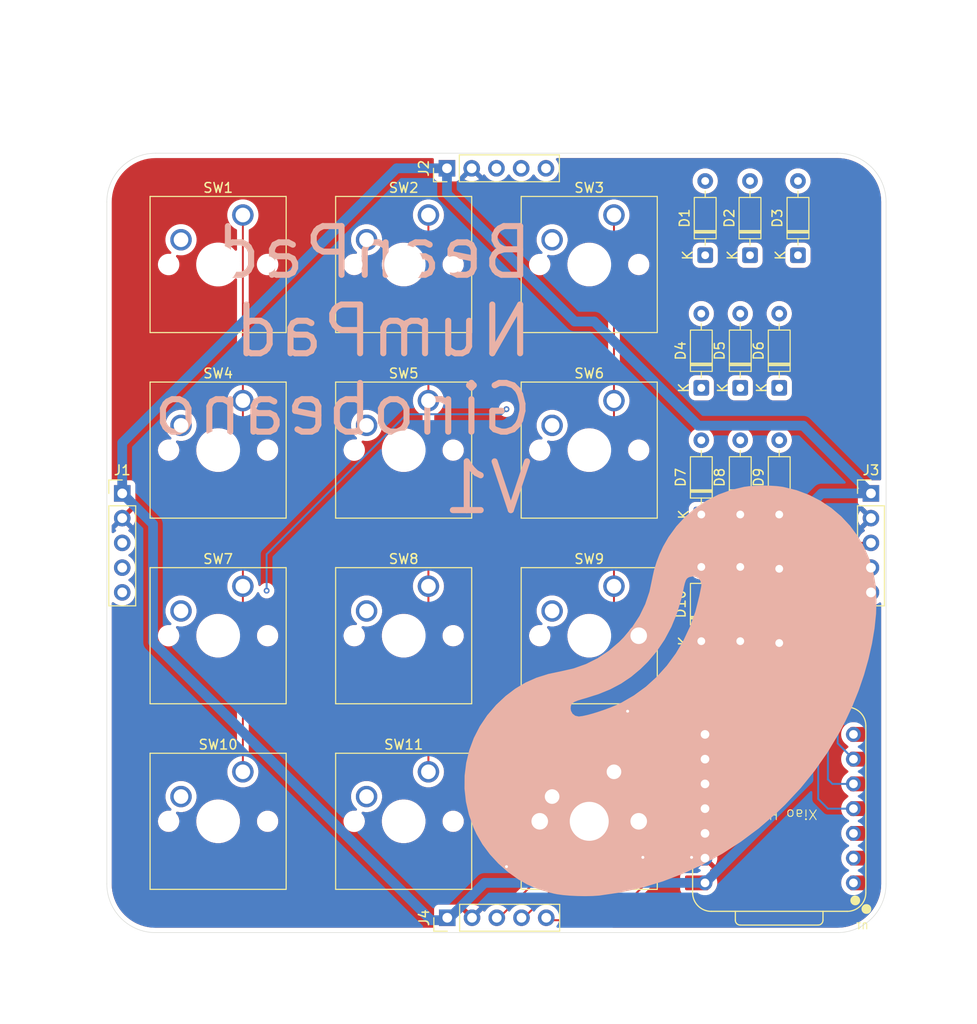
<source format=kicad_pcb>
(kicad_pcb (version 20241229) (generator "pcbnew") (generator_version "9.0")
  (layers (0 "F.Cu" signal) (4 "In1.Cu" signal) (6 "In2.Cu" signal) (2 "B.Cu" signal) (13 "F.Paste" user) (15 "B.Paste" user) (5 "F.SilkS" user "F.Silkscreen") (7 "B.SilkS" user "B.Silkscreen") (1 "F.Mask" user) (3 "B.Mask" user) (25 "Edge.Cuts" user))
  (net 0 "")
  (net 1 "/Row.0")
  (net 2 "Net-(D1-A)")
  (net 3 "Net-(D2-A)")
  (net 4 "Net-(D3-A)")
  (net 5 "Net-(D4-A)")
  (net 6 "/Row.1")
  (net 7 "Net-(D5-A)")
  (net 8 "Net-(D6-A)")
  (net 9 "Net-(D7-A)")
  (net 10 "/Row.2")
  (net 11 "Net-(D8-A)")
  (net 12 "Net-(D9-A)")
  (net 13 "Net-(D10-A)")
  (net 14 "/Row.3")
  (net 15 "Net-(D11-A)")
  (net 16 "Net-(D12-A)")
  (net 17 "VCC")
  (net 18 "/INT")
  (net 19 "GND")
  (net 20 "/SCL")
  (net 21 "/SDA")
  (net 22 "/Col.0")
  (net 23 "/Col.1")
  (net 24 "/Col.2")
  (footprint "Diode_THT:D_DO-35_SOD27_P7.62mm_Horizontal" (layer "F.Cu") (at 156 82.81 90)
    (property "Reference" "D8" (at 3.81 -2.12 90) (layer "F.SilkS"))
    (property "Value" "D_Small")
    (fp_line (start 2.53 -1.12) (end 2.53 1.12) (stroke (width 0.12)) (layer "F.SilkS"))
    (fp_line (start 2.41 -1.12) (end 2.41 1.12) (stroke (width 0.12)) (layer "F.SilkS"))
    (fp_line (start 2.29 -1.12) (end 2.29 1.12) (stroke (width 0.12)) (layer "F.SilkS"))
    (fp_line (start 6.58 0) (end 5.93 0) (stroke (width 0.12)) (layer "F.SilkS"))
    (fp_line (start 1.04 0) (end 1.69 0) (stroke (width 0.12)) (layer "F.SilkS"))
    (fp_rect (start 1.69 -1.12) (end 5.93 1.12) (stroke (width 0.12)) (fill no) (layer "F.SilkS"))
    (fp_text user "K" (at 0 -1.8 90) (layer "F.SilkS"))
    (pad "1" thru_hole roundrect (at 0 0 90) (size 1.6 1.6) (drill 0.8) (layers "*.Cu" "*.Mask") (roundrect_rratio 0.15625) (net 10 "/Row.2"))
    (pad "2" thru_hole circle (at 7.62 0 90) (size 1.6 1.6) (drill 0.8) (layers "*.Cu" "*.Mask") (net 11 "Net-(D8-A)"))
  )
  (footprint "Button_Switch_Keyboard:SW_Cherry_MX_1.00u_PCB" (layer "F.Cu") (at 104.93375 71.12)
    (property "Reference" "SW4" (at -2.54 -2.794 0) (layer "F.SilkS"))
    (property "Value" "SW_Push_45deg")
    (fp_line (start -9.525 -1.905) (end 4.445 -1.905) (stroke (width 0.12)) (layer "F.SilkS"))
    (fp_line (start -9.525 12.065) (end -9.525 -1.905) (stroke (width 0.12)) (layer "F.SilkS"))
    (fp_line (start 4.445 -1.905) (end 4.445 12.065) (stroke (width 0.12)) (layer "F.SilkS"))
    (fp_line (start 4.445 12.065) (end -9.525 12.065) (stroke (width 0.12)) (layer "F.SilkS"))
    (pad "" np_thru_hole circle (at -7.62 5.08) (size 1.7 1.7) (drill 1.7) (layers "*.Cu" "*.Mask"))
    (pad "" np_thru_hole circle (at -2.54 5.08) (size 4 4) (drill 4) (layers "*.Cu" "*.Mask"))
    (pad "" np_thru_hole circle (at 2.54 5.08) (size 1.7 1.7) (drill 1.7) (layers "*.Cu" "*.Mask"))
    (pad "1" thru_hole circle (at 0 0) (size 2.2 2.2) (drill 1.5) (layers "*.Cu" "*.Mask") (net 22 "/Col.0"))
    (pad "2" thru_hole circle (at -6.35 2.54) (size 2.2 2.2) (drill 1.5) (layers "*.Cu" "*.Mask") (net 5 "Net-(D4-A)"))
  )
  (footprint "Diode_THT:D_DO-35_SOD27_P7.62mm_Horizontal" (layer "F.Cu") (at 156 69.81 90)
    (property "Reference" "D5" (at 3.81 -2.12 90) (layer "F.SilkS"))
    (property "Value" "D_Small")
    (fp_line (start 2.53 -1.12) (end 2.53 1.12) (stroke (width 0.12)) (layer "F.SilkS"))
    (fp_line (start 2.41 -1.12) (end 2.41 1.12) (stroke (width 0.12)) (layer "F.SilkS"))
    (fp_line (start 2.29 -1.12) (end 2.29 1.12) (stroke (width 0.12)) (layer "F.SilkS"))
    (fp_line (start 6.58 0) (end 5.93 0) (stroke (width 0.12)) (layer "F.SilkS"))
    (fp_line (start 1.04 0) (end 1.69 0) (stroke (width 0.12)) (layer "F.SilkS"))
    (fp_rect (start 1.69 -1.12) (end 5.93 1.12) (stroke (width 0.12)) (fill no) (layer "F.SilkS"))
    (fp_text user "K" (at 0 -1.8 90) (layer "F.SilkS"))
    (pad "1" thru_hole roundrect (at 0 0 90) (size 1.6 1.6) (drill 0.8) (layers "*.Cu" "*.Mask") (roundrect_rratio 0.15625) (net 6 "/Row.1"))
    (pad "2" thru_hole circle (at 7.62 0 90) (size 1.6 1.6) (drill 0.8) (layers "*.Cu" "*.Mask") (net 7 "Net-(D5-A)"))
  )
  (footprint "Diode_THT:D_DO-35_SOD27_P7.62mm_Horizontal" (layer "F.Cu") (at 152 95.81 90)
    (property "Reference" "D10" (at 3.81 -2.12 90) (layer "F.SilkS"))
    (property "Value" "D_Small")
    (fp_line (start 2.53 -1.12) (end 2.53 1.12) (stroke (width 0.12)) (layer "F.SilkS"))
    (fp_line (start 2.41 -1.12) (end 2.41 1.12) (stroke (width 0.12)) (layer "F.SilkS"))
    (fp_line (start 2.29 -1.12) (end 2.29 1.12) (stroke (width 0.12)) (layer "F.SilkS"))
    (fp_line (start 6.58 0) (end 5.93 0) (stroke (width 0.12)) (layer "F.SilkS"))
    (fp_line (start 1.04 0) (end 1.69 0) (stroke (width 0.12)) (layer "F.SilkS"))
    (fp_rect (start 1.69 -1.12) (end 5.93 1.12) (stroke (width 0.12)) (fill no) (layer "F.SilkS"))
    (fp_text user "K" (at 0 -1.8 90) (layer "F.SilkS"))
    (pad "1" thru_hole roundrect (at 0 0 90) (size 1.6 1.6) (drill 0.8) (layers "*.Cu" "*.Mask") (roundrect_rratio 0.15625) (net 14 "/Row.3"))
    (pad "2" thru_hole circle (at 7.62 0 90) (size 1.6 1.6) (drill 0.8) (layers "*.Cu" "*.Mask") (net 13 "Net-(D10-A)"))
  )
  (footprint "Connector_PinHeader_2.54mm:PinHeader_1x05_P2.54mm_Vertical" (layer "F.Cu") (at 125.88875 47.275 90)
    (property "Reference" "J2" (at 0 -2.38 90) (layer "F.SilkS"))
    (property "Value" "Male_Pogo_Connector_01x05")
    (fp_line (start -1.38 -1.38) (end 0 -1.38) (stroke (width 0.12)) (layer "F.SilkS"))
    (fp_line (start -1.38 0) (end -1.38 -1.38) (stroke (width 0.12)) (layer "F.SilkS"))
    (fp_line (start 1.38 1.27) (end 1.38 11.54) (stroke (width 0.12)) (layer "F.SilkS"))
    (fp_line (start -1.38 1.27) (end 1.38 1.27) (stroke (width 0.12)) (layer "F.SilkS"))
    (fp_line (start -1.38 1.27) (end -1.38 11.54) (stroke (width 0.12)) (layer "F.SilkS"))
    (fp_line (start -1.38 11.54) (end 1.38 11.54) (stroke (width 0.12)) (layer "F.SilkS"))
    (pad "1" thru_hole rect (at 0 0 90) (size 1.7 1.7) (drill 1) (layers "*.Cu" "*.Mask") (net 17 "VCC"))
    (pad "2" thru_hole circle (at 0 2.54 90) (size 1.7 1.7) (drill 1) (layers "*.Cu" "*.Mask") (net 19 "GND"))
    (pad "3" thru_hole circle (at 0 5.08 90) (size 1.7 1.7) (drill 1) (layers "*.Cu" "*.Mask") (net 18 "/INT"))
    (pad "4" thru_hole circle (at 0 7.62 90) (size 1.7 1.7) (drill 1) (layers "*.Cu" "*.Mask") (net 21 "/SDA"))
    (pad "5" thru_hole circle (at 0 10.16 90) (size 1.7 1.7) (drill 1) (layers "*.Cu" "*.Mask") (net 20 "/SCL"))
  )
  (footprint "Diode_THT:D_DO-35_SOD27_P7.62mm_Horizontal" (layer "F.Cu") (at 161.925 56.1975 90)
    (property "Reference" "D3" (at 3.81 -2.12 90) (layer "F.SilkS"))
    (property "Value" "D_Small")
    (fp_line (start 2.53 -1.12) (end 2.53 1.12) (stroke (width 0.12)) (layer "F.SilkS"))
    (fp_line (start 2.41 -1.12) (end 2.41 1.12) (stroke (width 0.12)) (layer "F.SilkS"))
    (fp_line (start 2.29 -1.12) (end 2.29 1.12) (stroke (width 0.12)) (layer "F.SilkS"))
    (fp_line (start 6.58 0) (end 5.93 0) (stroke (width 0.12)) (layer "F.SilkS"))
    (fp_line (start 1.04 0) (end 1.69 0) (stroke (width 0.12)) (layer "F.SilkS"))
    (fp_rect (start 1.69 -1.12) (end 5.93 1.12) (stroke (width 0.12)) (fill no) (layer "F.SilkS"))
    (fp_text user "K" (at 0 -1.8 90) (layer "F.SilkS"))
    (pad "1" thru_hole roundrect (at 0 0 90) (size 1.6 1.6) (drill 0.8) (layers "*.Cu" "*.Mask") (roundrect_rratio 0.15625) (net 1 "/Row.0"))
    (pad "2" thru_hole circle (at 7.62 0 90) (size 1.6 1.6) (drill 0.8) (layers "*.Cu" "*.Mask") (net 4 "Net-(D3-A)"))
  )
  (footprint "Button_Switch_Keyboard:SW_Cherry_MX_1.00u_PCB" (layer "F.Cu") (at 143.03375 90.17)
    (property "Reference" "SW9" (at -2.54 -2.794 0) (layer "F.SilkS"))
    (property "Value" "SW_Push_45deg")
    (fp_line (start -9.525 -1.905) (end 4.445 -1.905) (stroke (width 0.12)) (layer "F.SilkS"))
    (fp_line (start -9.525 12.065) (end -9.525 -1.905) (stroke (width 0.12)) (layer "F.SilkS"))
    (fp_line (start 4.445 -1.905) (end 4.445 12.065) (stroke (width 0.12)) (layer "F.SilkS"))
    (fp_line (start 4.445 12.065) (end -9.525 12.065) (stroke (width 0.12)) (layer "F.SilkS"))
    (pad "" np_thru_hole circle (at -7.62 5.08) (size 1.7 1.7) (drill 1.7) (layers "*.Cu" "*.Mask"))
    (pad "" np_thru_hole circle (at -2.54 5.08) (size 4 4) (drill 4) (layers "*.Cu" "*.Mask"))
    (pad "" np_thru_hole circle (at 2.54 5.08) (size 1.7 1.7) (drill 1.7) (layers "*.Cu" "*.Mask"))
    (pad "1" thru_hole circle (at 0 0) (size 2.2 2.2) (drill 1.5) (layers "*.Cu" "*.Mask") (net 24 "/Col.2"))
    (pad "2" thru_hole circle (at -6.35 2.54) (size 2.2 2.2) (drill 1.5) (layers "*.Cu" "*.Mask") (net 12 "Net-(D9-A)"))
  )
  (footprint "Diode_THT:D_DO-35_SOD27_P7.62mm_Horizontal" (layer "F.Cu") (at 160 69.81 90)
    (property "Reference" "D6" (at 3.81 -2.12 90) (layer "F.SilkS"))
    (property "Value" "D_Small")
    (fp_line (start 2.53 -1.12) (end 2.53 1.12) (stroke (width 0.12)) (layer "F.SilkS"))
    (fp_line (start 2.41 -1.12) (end 2.41 1.12) (stroke (width 0.12)) (layer "F.SilkS"))
    (fp_line (start 2.29 -1.12) (end 2.29 1.12) (stroke (width 0.12)) (layer "F.SilkS"))
    (fp_line (start 6.58 0) (end 5.93 0) (stroke (width 0.12)) (layer "F.SilkS"))
    (fp_line (start 1.04 0) (end 1.69 0) (stroke (width 0.12)) (layer "F.SilkS"))
    (fp_rect (start 1.69 -1.12) (end 5.93 1.12) (stroke (width 0.12)) (fill no) (layer "F.SilkS"))
    (fp_text user "K" (at 0 -1.8 90) (layer "F.SilkS"))
    (pad "1" thru_hole roundrect (at 0 0 90) (size 1.6 1.6) (drill 0.8) (layers "*.Cu" "*.Mask") (roundrect_rratio 0.15625) (net 6 "/Row.1"))
    (pad "2" thru_hole circle (at 7.62 0 90) (size 1.6 1.6) (drill 0.8) (layers "*.Cu" "*.Mask") (net 8 "Net-(D6-A)"))
  )
  (footprint "Button_Switch_Keyboard:SW_Cherry_MX_1.00u_PCB" (layer "F.Cu") (at 123.98375 109.22)
    (property "Reference" "SW11" (at -2.54 -2.794 0) (layer "F.SilkS"))
    (property "Value" "SW_Push_45deg")
    (fp_line (start -9.525 -1.905) (end 4.445 -1.905) (stroke (width 0.12)) (layer "F.SilkS"))
    (fp_line (start -9.525 12.065) (end -9.525 -1.905) (stroke (width 0.12)) (layer "F.SilkS"))
    (fp_line (start 4.445 -1.905) (end 4.445 12.065) (stroke (width 0.12)) (layer "F.SilkS"))
    (fp_line (start 4.445 12.065) (end -9.525 12.065) (stroke (width 0.12)) (layer "F.SilkS"))
    (pad "" np_thru_hole circle (at -7.62 5.08) (size 1.7 1.7) (drill 1.7) (layers "*.Cu" "*.Mask"))
    (pad "" np_thru_hole circle (at -2.54 5.08) (size 4 4) (drill 4) (layers "*.Cu" "*.Mask"))
    (pad "" np_thru_hole circle (at 2.54 5.08) (size 1.7 1.7) (drill 1.7) (layers "*.Cu" "*.Mask"))
    (pad "1" thru_hole circle (at 0 0) (size 2.2 2.2) (drill 1.5) (layers "*.Cu" "*.Mask") (net 23 "/Col.1"))
    (pad "2" thru_hole circle (at -6.35 2.54) (size 2.2 2.2) (drill 1.5) (layers "*.Cu" "*.Mask") (net 15 "Net-(D11-A)"))
  )
  (footprint "Button_Switch_Keyboard:SW_Cherry_MX_1.00u_PCB" (layer "F.Cu") (at 104.93375 109.22)
    (property "Reference" "SW10" (at -2.54 -2.794 0) (layer "F.SilkS"))
    (property "Value" "SW_Push_45deg")
    (fp_line (start -9.525 -1.905) (end 4.445 -1.905) (stroke (width 0.12)) (layer "F.SilkS"))
    (fp_line (start -9.525 12.065) (end -9.525 -1.905) (stroke (width 0.12)) (layer "F.SilkS"))
    (fp_line (start 4.445 -1.905) (end 4.445 12.065) (stroke (width 0.12)) (layer "F.SilkS"))
    (fp_line (start 4.445 12.065) (end -9.525 12.065) (stroke (width 0.12)) (layer "F.SilkS"))
    (pad "" np_thru_hole circle (at -7.62 5.08) (size 1.7 1.7) (drill 1.7) (layers "*.Cu" "*.Mask"))
    (pad "" np_thru_hole circle (at -2.54 5.08) (size 4 4) (drill 4) (layers "*.Cu" "*.Mask"))
    (pad "" np_thru_hole circle (at 2.54 5.08) (size 1.7 1.7) (drill 1.7) (layers "*.Cu" "*.Mask"))
    (pad "1" thru_hole circle (at 0 0) (size 2.2 2.2) (drill 1.5) (layers "*.Cu" "*.Mask") (net 22 "/Col.0"))
    (pad "2" thru_hole circle (at -6.35 2.54) (size 2.2 2.2) (drill 1.5) (layers "*.Cu" "*.Mask") (net 13 "Net-(D10-A)"))
  )
  (footprint "Button_Switch_Keyboard:SW_Cherry_MX_1.00u_PCB" (layer "F.Cu") (at 123.98375 71.12)
    (property "Reference" "SW5" (at -2.54 -2.794 0) (layer "F.SilkS"))
    (property "Value" "SW_Push_45deg")
    (fp_line (start -9.525 -1.905) (end 4.445 -1.905) (stroke (width 0.12)) (layer "F.SilkS"))
    (fp_line (start -9.525 12.065) (end -9.525 -1.905) (stroke (width 0.12)) (layer "F.SilkS"))
    (fp_line (start 4.445 -1.905) (end 4.445 12.065) (stroke (width 0.12)) (layer "F.SilkS"))
    (fp_line (start 4.445 12.065) (end -9.525 12.065) (stroke (width 0.12)) (layer "F.SilkS"))
    (pad "" np_thru_hole circle (at -7.62 5.08) (size 1.7 1.7) (drill 1.7) (layers "*.Cu" "*.Mask"))
    (pad "" np_thru_hole circle (at -2.54 5.08) (size 4 4) (drill 4) (layers "*.Cu" "*.Mask"))
    (pad "" np_thru_hole circle (at 2.54 5.08) (size 1.7 1.7) (drill 1.7) (layers "*.Cu" "*.Mask"))
    (pad "1" thru_hole circle (at 0 0) (size 2.2 2.2) (drill 1.5) (layers "*.Cu" "*.Mask") (net 23 "/Col.1"))
    (pad "2" thru_hole circle (at -6.35 2.54) (size 2.2 2.2) (drill 1.5) (layers "*.Cu" "*.Mask") (net 7 "Net-(D5-A)"))
  )
  (footprint "Diode_THT:D_DO-35_SOD27_P7.62mm_Horizontal" (layer "F.Cu") (at 152.4 56.1975 90)
    (property "Reference" "D1" (at 3.81 -2.12 90) (layer "F.SilkS"))
    (property "Value" "D_Small")
    (fp_line (start 2.53 -1.12) (end 2.53 1.12) (stroke (width 0.12)) (layer "F.SilkS"))
    (fp_line (start 2.41 -1.12) (end 2.41 1.12) (stroke (width 0.12)) (layer "F.SilkS"))
    (fp_line (start 2.29 -1.12) (end 2.29 1.12) (stroke (width 0.12)) (layer "F.SilkS"))
    (fp_line (start 6.58 0) (end 5.93 0) (stroke (width 0.12)) (layer "F.SilkS"))
    (fp_line (start 1.04 0) (end 1.69 0) (stroke (width 0.12)) (layer "F.SilkS"))
    (fp_rect (start 1.69 -1.12) (end 5.93 1.12) (stroke (width 0.12)) (fill no) (layer "F.SilkS"))
    (fp_text user "K" (at 0 -1.8 90) (layer "F.SilkS"))
    (pad "1" thru_hole roundrect (at 0 0 90) (size 1.6 1.6) (drill 0.8) (layers "*.Cu" "*.Mask") (roundrect_rratio 0.15625) (net 1 "/Row.0"))
    (pad "2" thru_hole circle (at 7.62 0 90) (size 1.6 1.6) (drill 0.8) (layers "*.Cu" "*.Mask") (net 2 "Net-(D1-A)"))
  )
  (footprint "Connector_PinHeader_2.54mm:PinHeader_1x05_P2.54mm_Vertical" (layer "F.Cu") (at 169.41875 80.645)
    (property "Reference" "J3" (at 0 -2.38 0) (layer "F.SilkS"))
    (property "Value" "Male_Pogo_Connector_01x05")
    (fp_line (start -1.38 -1.38) (end 0 -1.38) (stroke (width 0.12)) (layer "F.SilkS"))
    (fp_line (start -1.38 0) (end -1.38 -1.38) (stroke (width 0.12)) (layer "F.SilkS"))
    (fp_line (start -1.38 1.27) (end -1.38 11.54) (stroke (width 0.12)) (layer "F.SilkS"))
    (fp_line (start -1.38 1.27) (end 1.38 1.27) (stroke (width 0.12)) (layer "F.SilkS"))
    (fp_line (start -1.38 11.54) (end 1.38 11.54) (stroke (width 0.12)) (layer "F.SilkS"))
    (fp_line (start 1.38 1.27) (end 1.38 11.54) (stroke (width 0.12)) (layer "F.SilkS"))
    (pad "1" thru_hole rect (at 0 0) (size 1.7 1.7) (drill 1) (layers "*.Cu" "*.Mask") (net 17 "VCC"))
    (pad "2" thru_hole circle (at 0 2.54) (size 1.7 1.7) (drill 1) (layers "*.Cu" "*.Mask") (net 19 "GND"))
    (pad "3" thru_hole circle (at 0 5.08) (size 1.7 1.7) (drill 1) (layers "*.Cu" "*.Mask") (net 18 "/INT"))
    (pad "4" thru_hole circle (at 0 7.62) (size 1.7 1.7) (drill 1) (layers "*.Cu" "*.Mask") (net 21 "/SDA"))
    (pad "5" thru_hole circle (at 0 10.16) (size 1.7 1.7) (drill 1) (layers "*.Cu" "*.Mask") (net 20 "/SCL"))
  )
  (footprint "Diode_THT:D_DO-35_SOD27_P7.62mm_Horizontal" (layer "F.Cu") (at 160 96 90)
    (property "Reference" "D12" (at 3.81 -2.12 90) (layer "F.SilkS"))
    (property "Value" "D_Small")
    (fp_line (start 2.53 -1.12) (end 2.53 1.12) (stroke (width 0.12)) (layer "F.SilkS"))
    (fp_line (start 2.41 -1.12) (end 2.41 1.12) (stroke (width 0.12)) (layer "F.SilkS"))
    (fp_line (start 2.29 -1.12) (end 2.29 1.12) (stroke (width 0.12)) (layer "F.SilkS"))
    (fp_line (start 6.58 0) (end 5.93 0) (stroke (width 0.12)) (layer "F.SilkS"))
    (fp_line (start 1.04 0) (end 1.69 0) (stroke (width 0.12)) (layer "F.SilkS"))
    (fp_rect (start 1.69 -1.12) (end 5.93 1.12) (stroke (width 0.12)) (fill no) (layer "F.SilkS"))
    (fp_text user "K" (at 0 -1.8 90) (layer "F.SilkS"))
    (pad "1" thru_hole roundrect (at 0 0 90) (size 1.6 1.6) (drill 0.8) (layers "*.Cu" "*.Mask") (roundrect_rratio 0.15625) (net 14 "/Row.3"))
    (pad "2" thru_hole circle (at 7.62 0 90) (size 1.6 1.6) (drill 0.8) (layers "*.Cu" "*.Mask") (net 16 "Net-(D12-A)"))
  )
  (footprint "Button_Switch_Keyboard:SW_Cherry_MX_1.00u_PCB" (layer "F.Cu") (at 123.98375 52.07)
    (property "Reference" "SW2" (at -2.54 -2.794 0) (layer "F.SilkS"))
    (property "Value" "SW_Push_45deg")
    (fp_line (start -9.525 -1.905) (end 4.445 -1.905) (stroke (width 0.12)) (layer "F.SilkS"))
    (fp_line (start -9.525 12.065) (end -9.525 -1.905) (stroke (width 0.12)) (layer "F.SilkS"))
    (fp_line (start 4.445 -1.905) (end 4.445 12.065) (stroke (width 0.12)) (layer "F.SilkS"))
    (fp_line (start 4.445 12.065) (end -9.525 12.065) (stroke (width 0.12)) (layer "F.SilkS"))
    (pad "" np_thru_hole circle (at -7.62 5.08) (size 1.7 1.7) (drill 1.7) (layers "*.Cu" "*.Mask"))
    (pad "" np_thru_hole circle (at -2.54 5.08) (size 4 4) (drill 4) (layers "*.Cu" "*.Mask"))
    (pad "" np_thru_hole circle (at 2.54 5.08) (size 1.7 1.7) (drill 1.7) (layers "*.Cu" "*.Mask"))
    (pad "1" thru_hole circle (at 0 0) (size 2.2 2.2) (drill 1.5) (layers "*.Cu" "*.Mask") (net 23 "/Col.1"))
    (pad "2" thru_hole circle (at -6.35 2.54) (size 2.2 2.2) (drill 1.5) (layers "*.Cu" "*.Mask") (net 3 "Net-(D2-A)"))
  )
  (footprint "Diode_THT:D_DO-35_SOD27_P7.62mm_Horizontal" (layer "F.Cu") (at 157 56.1975 90)
    (property "Reference" "D2" (at 3.81 -2.12 90) (layer "F.SilkS"))
    (property "Value" "D_Small")
    (fp_line (start 2.53 -1.12) (end 2.53 1.12) (stroke (width 0.12)) (layer "F.SilkS"))
    (fp_line (start 2.41 -1.12) (end 2.41 1.12) (stroke (width 0.12)) (layer "F.SilkS"))
    (fp_line (start 2.29 -1.12) (end 2.29 1.12) (stroke (width 0.12)) (layer "F.SilkS"))
    (fp_line (start 6.58 0) (end 5.93 0) (stroke (width 0.12)) (layer "F.SilkS"))
    (fp_line (start 1.04 0) (end 1.69 0) (stroke (width 0.12)) (layer "F.SilkS"))
    (fp_rect (start 1.69 -1.12) (end 5.93 1.12) (stroke (width 0.12)) (fill no) (layer "F.SilkS"))
    (fp_text user "K" (at 0 -1.8 90) (layer "F.SilkS"))
    (pad "1" thru_hole roundrect (at 0 0 90) (size 1.6 1.6) (drill 0.8) (layers "*.Cu" "*.Mask") (roundrect_rratio 0.15625) (net 1 "/Row.0"))
    (pad "2" thru_hole circle (at 7.62 0 90) (size 1.6 1.6) (drill 0.8) (layers "*.Cu" "*.Mask") (net 3 "Net-(D2-A)"))
  )
  (footprint "Diode_THT:D_DO-35_SOD27_P7.62mm_Horizontal" (layer "F.Cu") (at 156 95.81 90)
    (property "Reference" "D11" (at 3.81 -2.12 90) (layer "F.SilkS"))
    (property "Value" "D_Small")
    (fp_line (start 2.53 -1.12) (end 2.53 1.12) (stroke (width 0.12)) (layer "F.SilkS"))
    (fp_line (start 2.41 -1.12) (end 2.41 1.12) (stroke (width 0.12)) (layer "F.SilkS"))
    (fp_line (start 2.29 -1.12) (end 2.29 1.12) (stroke (width 0.12)) (layer "F.SilkS"))
    (fp_line (start 6.58 0) (end 5.93 0) (stroke (width 0.12)) (layer "F.SilkS"))
    (fp_line (start 1.04 0) (end 1.69 0) (stroke (width 0.12)) (layer "F.SilkS"))
    (fp_rect (start 1.69 -1.12) (end 5.93 1.12) (stroke (width 0.12)) (fill no) (layer "F.SilkS"))
    (fp_text user "K" (at 0 -1.8 90) (layer "F.SilkS"))
    (pad "1" thru_hole roundrect (at 0 0 90) (size 1.6 1.6) (drill 0.8) (layers "*.Cu" "*.Mask") (roundrect_rratio 0.15625) (net 14 "/Row.3"))
    (pad "2" thru_hole circle (at 7.62 0 90) (size 1.6 1.6) (drill 0.8) (layers "*.Cu" "*.Mask") (net 15 "Net-(D11-A)"))
  )
  (footprint "Module:XIAO-RP2040-DIP" (layer "F.Cu") (at 160 113 180)
    (property "Reference" "U1" (at -8.5 -12 180) (layer "F.SilkS") (effects (font (size 0.635 0.635) (thickness 0.1016))))
    (property "Value" "XIAO-RP2040-DIP")
    (fp_line (start 8.89 8.509) (end 8.89 -8.636) (stroke (width 0.127)) (layer "F.SilkS"))
    (fp_line (start 6.985 -10.541) (end -6.985 -10.541) (stroke (width 0.1)) (layer "F.SilkS"))
    (fp_line (start 6.985 -10.541) (end -6.985 -10.541) (stroke (width 0.127)) (layer "F.SilkS"))
    (fp_line (start 4.504 -11.451) (end 4.504 -10.541) (stroke (width 0.127)) (layer "F.SilkS"))
    (fp_line (start -3.991272 -11.951) (end 4.004 -11.951) (stroke (width 0.127)) (layer "F.SilkS"))
    (fp_line (start -4.495 -10.541) (end -4.491272 -11.451272) (stroke (width 0.127)) (layer "F.SilkS"))
    (fp_line (start -6.985 10.414) (end 6.985 10.414) (stroke (width 0.127)) (layer "F.SilkS"))
    (fp_line (start -8.89 8.509) (end -8.89 -8.636) (stroke (width 0.127)) (layer "F.SilkS"))
    (fp_arc (start 8.89 8.509) (mid 8.332038 9.856038) (end 6.985 10.414) (stroke (width 0.127)) (layer "F.SilkS"))
    (fp_arc (start 6.985 -10.541) (mid 8.332038 -9.983038) (end 8.89 -8.636) (stroke (width 0.127)) (layer "F.SilkS"))
    (fp_arc (start 4.004 -11.951) (mid 4.357553 -11.804553) (end 4.504 -11.451) (stroke (width 0.127)) (layer "F.SilkS"))
    (fp_arc (start -4.491272 -11.451272) (mid -4.344728 -11.80464) (end -3.991272 -11.951) (stroke (width 0.127)) (layer "F.SilkS"))
    (fp_arc (start -6.985 10.414) (mid -8.332038 9.856038) (end -8.89 8.509) (stroke (width 0.127)) (layer "F.SilkS"))
    (fp_arc (start -8.89 -8.636) (mid -8.332038 -9.983038) (end -6.985 -10.541) (stroke (width 0.127)) (layer "F.SilkS"))
    (fp_circle (center -7.807 -9.42) (end -7.807 -9.674) (stroke (width 0.5)) (fill yes) (layer "F.SilkS"))
    (fp_circle (center -8.95 -10.3) (end -8.95 -10.554) (stroke (width 0.5)) (fill yes) (layer "F.SilkS"))
    (pad "1" smd roundrect (at -8.455 -7.62) (size 2.432 1.524) (layers "F.Cu" "F.Mask") (roundrect_rratio 0.1) (net 22 "/Col.0"))
    (pad "1" thru_hole circle (at -7.62 -7.62) (size 1.524 1.524) (drill 0.889) (layers "*.Cu" "*.Mask") (net 22 "/Col.0"))
    (pad "2" smd roundrect (at -8.455 -5.08) (size 2.432 1.524) (layers "F.Cu" "F.Mask") (roundrect_rratio 0.1) (net 23 "/Col.1"))
    (pad "2" thru_hole circle (at -7.62 -5.08) (size 1.524 1.524) (drill 0.889) (layers "*.Cu" "*.Mask") (net 23 "/Col.1"))
    (pad "3" smd roundrect (at -8.455 -2.54) (size 2.432 1.524) (layers "F.Cu" "F.Mask") (roundrect_rratio 0.1) (net 24 "/Col.2"))
    (pad "3" thru_hole circle (at -7.62 -2.54) (size 1.524 1.524) (drill 0.889) (layers "*.Cu" "*.Mask") (net 24 "/Col.2"))
    (pad "4" smd roundrect (at -8.455 0) (size 2.432 1.524) (layers "F.Cu" "F.Mask") (roundrect_rratio 0.1) (net 18 "/INT"))
    (pad "4" thru_hole circle (at -7.62 0) (size 1.524 1.524) (drill 0.889) (layers "*.Cu" "*.Mask") (net 18 "/INT"))
    (pad "5" smd roundrect (at -8.455 2.54) (size 2.432 1.524) (layers "F.Cu" "F.Mask") (roundrect_rratio 0.1) (net 21 "/SDA"))
    (pad "5" thru_hole circle (at -7.62 2.54) (size 1.524 1.524) (drill 0.889) (layers "*.Cu" "*.Mask") (net 21 "/SDA"))
    (pad "6" smd roundrect (at -8.455 5.08) (size 2.432 1.524) (layers "F.Cu" "F.Mask") (roundrect_rratio 0.1) (net 20 "/SCL"))
    (pad "6" thru_hole circle (at -7.62 5.08) (size 1.524 1.524) (drill 0.889) (layers "*.Cu" "*.Mask") (net 20 "/SCL"))
    (pad "7" smd roundrect (at -8.455 7.62) (size 2.432 1.524) (layers "F.Cu" "F.Mask") (roundrect_rratio 0.1))
    (pad "7" thru_hole circle (at -7.62 7.62) (size 1.524 1.524) (drill 0.889) (layers "*.Cu" "*.Mask"))
    (pad "8" thru_hole circle (at 7.62 7.62 180) (size 1.524 1.524) (drill 0.889) (layers "*.Cu" "*.Mask") (net 14 "/Row.3"))
    (pad "8" smd roundrect (at 8.455 7.62 180) (size 2.432 1.524) (layers "F.Cu" "F.Mask") (roundrect_rratio 0.1) (net 14 "/Row.3"))
    (pad "9" thru_hole circle (at 7.62 5.08 180) (size 1.524 1.524) (drill 0.889) (layers "*.Cu" "*.Mask") (net 10 "/Row.2"))
    (pad "9" smd roundrect (at 8.455 5.08 180) (size 2.432 1.524) (layers "F.Cu" "F.Mask") (roundrect_rratio 0.1) (net 10 "/Row.2"))
    (pad "10" thru_hole circle (at 7.62 2.54 180) (size 1.524 1.524) (drill 0.889) (layers "*.Cu" "*.Mask") (net 6 "/Row.1"))
    (pad "10" smd roundrect (at 8.455 2.54 180) (size 2.432 1.524) (layers "F.Cu" "F.Mask") (roundrect_rratio 0.1) (net 6 "/Row.1"))
    (pad "11" thru_hole circle (at 7.62 0 180) (size 1.524 1.524) (drill 0.889) (layers "*.Cu" "*.Mask") (net 1 "/Row.0"))
    (pad "11" smd roundrect (at 8.455 0 180) (size 2.432 1.524) (layers "F.Cu" "F.Mask") (roundrect_rratio 0.1) (net 1 "/Row.0"))
    (pad "12" thru_hole circle (at 7.62 -2.54 180) (size 1.524 1.524) (drill 0.889) (layers "*.Cu" "*.Mask"))
    (pad "12" smd roundrect (at 8.455 -2.54 180) (size 2.432 1.524) (layers "F.Cu" "F.Mask") (roundrect_rratio 0.1))
    (pad "13" thru_hole circle (at 7.62 -5.08 180) (size 1.524 1.524) (drill 0.889) (layers "*.Cu" "*.Mask") (net 19 "GND"))
    (pad "13" smd roundrect (at 8.455 -5.08 180) (size 2.432 1.524) (layers "F.Cu" "F.Mask") (roundrect_rratio 0.1) (net 19 "GND"))
    (pad "14" thru_hole circle (at 7.62 -7.62 180) (size 1.524 1.524) (drill 0.889) (layers "*.Cu" "*.Mask") (net 17 "VCC"))
    (pad "14" smd roundrect (at 8.455 -7.62 180) (size 2.432 1.524) (layers "F.Cu" "F.Mask") (roundrect_rratio 0.1) (net 17 "VCC"))
  )
  (footprint "Diode_THT:D_DO-35_SOD27_P7.62mm_Horizontal" (layer "F.Cu") (at 152 82.81 90)
    (property "Reference" "D7" (at 3.81 -2.12 90) (layer "F.SilkS"))
    (property "Value" "D_Small")
    (fp_line (start 2.53 -1.12) (end 2.53 1.12) (stroke (width 0.12)) (layer "F.SilkS"))
    (fp_line (start 2.41 -1.12) (end 2.41 1.12) (stroke (width 0.12)) (layer "F.SilkS"))
    (fp_line (start 2.29 -1.12) (end 2.29 1.12) (stroke (width 0.12)) (layer "F.SilkS"))
    (fp_line (start 6.58 0) (end 5.93 0) (stroke (width 0.12)) (layer "F.SilkS"))
    (fp_line (start 1.04 0) (end 1.69 0) (stroke (width 0.12)) (layer "F.SilkS"))
    (fp_rect (start 1.69 -1.12) (end 5.93 1.12) (stroke (width 0.12)) (fill no) (layer "F.SilkS"))
    (fp_text user "K" (at 0 -1.8 90) (layer "F.SilkS"))
    (pad "1" thru_hole roundrect (at 0 0 90) (size 1.6 1.6) (drill 0.8) (layers "*.Cu" "*.Mask") (roundrect_rratio 0.15625) (net 10 "/Row.2"))
    (pad "2" thru_hole circle (at 7.62 0 90) (size 1.6 1.6) (drill 0.8) (layers "*.Cu" "*.Mask") (net 9 "Net-(D7-A)"))
  )
  (footprint "Connector_PinHeader_2.54mm:PinHeader_1x05_P2.54mm_Vertical" (layer "F.Cu") (at 92.55 80.645)
    (property "Reference" "J1" (at 0 -2.38 0) (layer "F.SilkS"))
    (property "Value" "Male_Pogo_Connector_01x05")
    (fp_line (start -1.38 -1.38) (end 0 -1.38) (stroke (width 0.12)) (layer "F.SilkS"))
    (fp_line (start -1.38 0) (end -1.38 -1.38) (stroke (width 0.12)) (layer "F.SilkS"))
    (fp_line (start -1.38 1.27) (end -1.38 11.54) (stroke (width 0.12)) (layer "F.SilkS"))
    (fp_line (start -1.38 1.27) (end 1.38 1.27) (stroke (width 0.12)) (layer "F.SilkS"))
    (fp_line (start -1.38 11.54) (end 1.38 11.54) (stroke (width 0.12)) (layer "F.SilkS"))
    (fp_line (start 1.38 1.27) (end 1.38 11.54) (stroke (width 0.12)) (layer "F.SilkS"))
    (pad "1" thru_hole rect (at 0 0) (size 1.7 1.7) (drill 1) (layers "*.Cu" "*.Mask") (net 17 "VCC"))
    (pad "2" thru_hole circle (at 0 2.54) (size 1.7 1.7) (drill 1) (layers "*.Cu" "*.Mask") (net 19 "GND"))
    (pad "3" thru_hole circle (at 0 5.08) (size 1.7 1.7) (drill 1) (layers "*.Cu" "*.Mask") (net 18 "/INT"))
    (pad "4" thru_hole circle (at 0 7.62) (size 1.7 1.7) (drill 1) (layers "*.Cu" "*.Mask") (net 21 "/SDA"))
    (pad "5" thru_hole circle (at 0 10.16) (size 1.7 1.7) (drill 1) (layers "*.Cu" "*.Mask") (net 20 "/SCL"))
  )
  (footprint "Button_Switch_Keyboard:SW_Cherry_MX_1.00u_PCB" (layer "F.Cu") (at 143.03375 71.12)
    (property "Reference" "SW6" (at -2.54 -2.794 0) (layer "F.SilkS"))
    (property "Value" "SW_Push_45deg")
    (fp_line (start -9.525 -1.905) (end 4.445 -1.905) (stroke (width 0.12)) (layer "F.SilkS"))
    (fp_line (start -9.525 12.065) (end -9.525 -1.905) (stroke (width 0.12)) (layer "F.SilkS"))
    (fp_line (start 4.445 -1.905) (end 4.445 12.065) (stroke (width 0.12)) (layer "F.SilkS"))
    (fp_line (start 4.445 12.065) (end -9.525 12.065) (stroke (width 0.12)) (layer "F.SilkS"))
    (pad "" np_thru_hole circle (at -7.62 5.08) (size 1.7 1.7) (drill 1.7) (layers "*.Cu" "*.Mask"))
    (pad "" np_thru_hole circle (at -2.54 5.08) (size 4 4) (drill 4) (layers "*.Cu" "*.Mask"))
    (pad "" np_thru_hole circle (at 2.54 5.08) (size 1.7 1.7) (drill 1.7) (layers "*.Cu" "*.Mask"))
    (pad "1" thru_hole circle (at 0 0) (size 2.2 2.2) (drill 1.5) (layers "*.Cu" "*.Mask") (net 24 "/Col.2"))
    (pad "2" thru_hole circle (at -6.35 2.54) (size 2.2 2.2) (drill 1.5) (layers "*.Cu" "*.Mask") (net 8 "Net-(D6-A)"))
  )
  (footprint "Button_Switch_Keyboard:SW_Cherry_MX_1.00u_PCB" (layer "F.Cu") (at 104.93375 52.07)
    (property "Reference" "SW1" (at -2.54 -2.794 0) (layer "F.SilkS"))
    (property "Value" "SW_Push_45deg")
    (fp_line (start -9.525 -1.905) (end 4.445 -1.905) (stroke (width 0.12)) (layer "F.SilkS"))
    (fp_line (start -9.525 12.065) (end -9.525 -1.905) (stroke (width 0.12)) (layer "F.SilkS"))
    (fp_line (start 4.445 -1.905) (end 4.445 12.065) (stroke (width 0.12)) (layer "F.SilkS"))
    (fp_line (start 4.445 12.065) (end -9.525 12.065) (stroke (width 0.12)) (layer "F.SilkS"))
    (pad "" np_thru_hole circle (at -7.62 5.08) (size 1.7 1.7) (drill 1.7) (layers "*.Cu" "*.Mask"))
    (pad "" np_thru_hole circle (at -2.54 5.08) (size 4 4) (drill 4) (layers "*.Cu" "*.Mask"))
    (pad "" np_thru_hole circle (at 2.54 5.08) (size 1.7 1.7) (drill 1.7) (layers "*.Cu" "*.Mask"))
    (pad "1" thru_hole circle (at 0 0) (size 2.2 2.2) (drill 1.5) (layers "*.Cu" "*.Mask") (net 22 "/Col.0"))
    (pad "2" thru_hole circle (at -6.35 2.54) (size 2.2 2.2) (drill 1.5) (layers "*.Cu" "*.Mask") (net 2 "Net-(D1-A)"))
  )
  (footprint "Button_Switch_Keyboard:SW_Cherry_MX_1.00u_PCB" (layer "F.Cu") (at 143.03375 52.07)
    (property "Reference" "SW3" (at -2.54 -2.794 0) (layer "F.SilkS"))
    (property "Value" "SW_Push_45deg")
    (fp_line (start -9.525 -1.905) (end 4.445 -1.905) (stroke (width 0.12)) (layer "F.SilkS"))
    (fp_line (start -9.525 12.065) (end -9.525 -1.905) (stroke (width 0.12)) (layer "F.SilkS"))
    (fp_line (start 4.445 -1.905) (end 4.445 12.065) (stroke (width 0.12)) (layer "F.SilkS"))
    (fp_line (start 4.445 12.065) (end -9.525 12.065) (stroke (width 0.12)) (layer "F.SilkS"))
    (pad "" np_thru_hole circle (at -7.62 5.08) (size 1.7 1.7) (drill 1.7) (layers "*.Cu" "*.Mask"))
    (pad "" np_thru_hole circle (at -2.54 5.08) (size 4 4) (drill 4) (layers "*.Cu" "*.Mask"))
    (pad "" np_thru_hole circle (at 2.54 5.08) (size 1.7 1.7) (drill 1.7) (layers "*.Cu" "*.Mask"))
    (pad "1" thru_hole circle (at 0 0) (size 2.2 2.2) (drill 1.5) (layers "*.Cu" "*.Mask") (net 24 "/Col.2"))
    (pad "2" thru_hole circle (at -6.35 2.54) (size 2.2 2.2) (drill 1.5) (layers "*.Cu" "*.Mask") (net 4 "Net-(D3-A)"))
  )
  (footprint "Button_Switch_Keyboard:SW_Cherry_MX_1.00u_PCB" (layer "F.Cu") (at 104.93375 90.17)
    (property "Reference" "SW7" (at -2.54 -2.794 0) (layer "F.SilkS"))
    (property "Value" "SW_Push_45deg")
    (fp_line (start -9.525 -1.905) (end 4.445 -1.905) (stroke (width 0.12)) (layer "F.SilkS"))
    (fp_line (start -9.525 12.065) (end -9.525 -1.905) (stroke (width 0.12)) (layer "F.SilkS"))
    (fp_line (start 4.445 -1.905) (end 4.445 12.065) (stroke (width 0.12)) (layer "F.SilkS"))
    (fp_line (start 4.445 12.065) (end -9.525 12.065) (stroke (width 0.12)) (layer "F.SilkS"))
    (pad "" np_thru_hole circle (at -7.62 5.08) (size 1.7 1.7) (drill 1.7) (layers "*.Cu" "*.Mask"))
    (pad "" np_thru_hole circle (at -2.54 5.08) (size 4 4) (drill 4) (layers "*.Cu" "*.Mask"))
    (pad "" np_thru_hole circle (at 2.54 5.08) (size 1.7 1.7) (drill 1.7) (layers "*.Cu" "*.Mask"))
    (pad "1" thru_hole circle (at 0 0) (size 2.2 2.2) (drill 1.5) (layers "*.Cu" "*.Mask") (net 22 "/Col.0"))
    (pad "2" thru_hole circle (at -6.35 2.54) (size 2.2 2.2) (drill 1.5) (layers "*.Cu" "*.Mask") (net 9 "Net-(D7-A)"))
  )
  (footprint "Button_Switch_Keyboard:SW_Cherry_MX_1.00u_PCB" (layer "F.Cu") (at 143.03375 109.22)
    (property "Reference" "SW12" (at -2.54 -2.794 0) (layer "F.SilkS"))
    (property "Value" "SW_Push_45deg")
    (fp_line (start -9.525 -1.905) (end 4.445 -1.905) (stroke (width 0.12)) (layer "F.SilkS"))
    (fp_line (start -9.525 12.065) (end -9.525 -1.905) (stroke (width 0.12)) (layer "F.SilkS"))
    (fp_line (start 4.445 -1.905) (end 4.445 12.065) (stroke (width 0.12)) (layer "F.SilkS"))
    (fp_line (start 4.445 12.065) (end -9.525 12.065) (stroke (width 0.12)) (layer "F.SilkS"))
    (pad "" np_thru_hole circle (at -7.62 5.08) (size 1.7 1.7) (drill 1.7) (layers "*.Cu" "*.Mask"))
    (pad "" np_thru_hole circle (at -2.54 5.08) (size 4 4) (drill 4) (layers "*.Cu" "*.Mask"))
    (pad "" np_thru_hole circle (at 2.54 5.08) (size 1.7 1.7) (drill 1.7) (layers "*.Cu" "*.Mask"))
    (pad "1" thru_hole circle (at 0 0) (size 2.2 2.2) (drill 1.5) (layers "*.Cu" "*.Mask") (net 24 "/Col.2"))
    (pad "2" thru_hole circle (at -6.35 2.54) (size 2.2 2.2) (drill 1.5) (layers "*.Cu" "*.Mask") (net 16 "Net-(D12-A)"))
  )
  (footprint "Diode_THT:D_DO-35_SOD27_P7.62mm_Horizontal" (layer "F.Cu") (at 152 69.81 90)
    (property "Reference" "D4" (at 3.81 -2.12 90) (layer "F.SilkS"))
    (property "Value" "D_Small")
    (fp_line (start 2.53 -1.12) (end 2.53 1.12) (stroke (width 0.12)) (layer "F.SilkS"))
    (fp_line (start 2.41 -1.12) (end 2.41 1.12) (stroke (width 0.12)) (layer "F.SilkS"))
    (fp_line (start 2.29 -1.12) (end 2.29 1.12) (stroke (width 0.12)) (layer "F.SilkS"))
    (fp_line (start 6.58 0) (end 5.93 0) (stroke (width 0.12)) (layer "F.SilkS"))
    (fp_line (start 1.04 0) (end 1.69 0) (stroke (width 0.12)) (layer "F.SilkS"))
    (fp_rect (start 1.69 -1.12) (end 5.93 1.12) (stroke (width 0.12)) (fill no) (layer "F.SilkS"))
    (fp_text user "K" (at 0 -1.8 90) (layer "F.SilkS"))
    (pad "1" thru_hole roundrect (at 0 0 90) (size 1.6 1.6) (drill 0.8) (layers "*.Cu" "*.Mask") (roundrect_rratio 0.15625) (net 6 "/Row.1"))
    (pad "2" thru_hole circle (at 7.62 0 90) (size 1.6 1.6) (drill 0.8) (layers "*.Cu" "*.Mask") (net 5 "Net-(D4-A)"))
  )
  (footprint "Button_Switch_Keyboard:SW_Cherry_MX_1.00u_PCB" (layer "F.Cu") (at 123.98375 90.17)
    (property "Reference" "SW8" (at -2.54 -2.794 0) (layer "F.SilkS"))
    (property "Value" "SW_Push_45deg")
    (fp_line (start -9.525 -1.905) (end 4.445 -1.905) (stroke (width 0.12)) (layer "F.SilkS"))
    (fp_line (start -9.525 12.065) (end -9.525 -1.905) (stroke (width 0.12)) (layer "F.SilkS"))
    (fp_line (start 4.445 -1.905) (end 4.445 12.065) (stroke (width 0.12)) (layer "F.SilkS"))
    (fp_line (start 4.445 12.065) (end -9.525 12.065) (stroke (width 0.12)) (layer "F.SilkS"))
    (pad "" np_thru_hole circle (at -7.62 5.08) (size 1.7 1.7) (drill 1.7) (layers "*.Cu" "*.Mask"))
    (pad "" np_thru_hole circle (at -2.54 5.08) (size 4 4) (drill 4) (layers "*.Cu" "*.Mask"))
    (pad "" np_thru_hole circle (at 2.54 5.08) (size 1.7 1.7) (drill 1.7) (layers "*.Cu" "*.Mask"))
    (pad "1" thru_hole circle (at 0 0) (size 2.2 2.2) (drill 1.5) (layers "*.Cu" "*.Mask") (net 23 "/Col.1"))
    (pad "2" thru_hole circle (at -6.35 2.54) (size 2.2 2.2) (drill 1.5) (layers "*.Cu" "*.Mask") (net 11 "Net-(D8-A)"))
  )
  (footprint "Connector_PinHeader_2.54mm:PinHeader_1x05_P2.54mm_Vertical" (layer "F.Cu") (at 125.92 124.2 90)
    (property "Reference" "J4" (at 0 -2.38 90) (layer "F.SilkS"))
    (property "Value" "Male_Pogo_Connector_01x05")
    (fp_line (start -1.38 -1.38) (end 0 -1.38) (stroke (width 0.12)) (layer "F.SilkS"))
    (fp_line (start -1.38 0) (end -1.38 -1.38) (stroke (width 0.12)) (layer "F.SilkS"))
    (fp_line (start 1.38 1.27) (end 1.38 11.54) (stroke (width 0.12)) (layer "F.SilkS"))
    (fp_line (start -1.38 1.27) (end 1.38 1.27) (stroke (width 0.12)) (layer "F.SilkS"))
    (fp_line (start -1.38 1.27) (end -1.38 11.54) (stroke (width 0.12)) (layer "F.SilkS"))
    (fp_line (start -1.38 11.54) (end 1.38 11.54) (stroke (width 0.12)) (layer "F.SilkS"))
    (pad "1" thru_hole rect (at 0 0 90) (size 1.7 1.7) (drill 1) (layers "*.Cu" "*.Mask") (net 17 "VCC"))
    (pad "2" thru_hole circle (at 0 2.54 90) (size 1.7 1.7) (drill 1) (layers "*.Cu" "*.Mask") (net 19 "GND"))
    (pad "3" thru_hole circle (at 0 5.08 90) (size 1.7 1.7) (drill 1) (layers "*.Cu" "*.Mask") (net 18 "/INT"))
    (pad "4" thru_hole circle (at 0 7.62 90) (size 1.7 1.7) (drill 1) (layers "*.Cu" "*.Mask") (net 21 "/SDA"))
    (pad "5" thru_hole circle (at 0 10.16 90) (size 1.7 1.7) (drill 1) (layers "*.Cu" "*.Mask") (net 20 "/SCL"))
  )
  (footprint "Diode_THT:D_DO-35_SOD27_P7.62mm_Horizontal" (layer "F.Cu") (at 160 82.81 90)
    (property "Reference" "D9" (at 3.81 -2.12 90) (layer "F.SilkS"))
    (property "Value" "D_Small")
    (fp_line (start 2.53 -1.12) (end 2.53 1.12) (stroke (width 0.12)) (layer "F.SilkS"))
    (fp_line (start 2.41 -1.12) (end 2.41 1.12) (stroke (width 0.12)) (layer "F.SilkS"))
    (fp_line (start 2.29 -1.12) (end 2.29 1.12) (stroke (width 0.12)) (layer "F.SilkS"))
    (fp_line (start 6.58 0) (end 5.93 0) (stroke (width 0.12)) (layer "F.SilkS"))
    (fp_line (start 1.04 0) (end 1.69 0) (stroke (width 0.12)) (layer "F.SilkS"))
    (fp_rect (start 1.69 -1.12) (end 5.93 1.12) (stroke (width 0.12)) (fill no) (layer "F.SilkS"))
    (fp_text user "K" (at 0 -1.8 90) (layer "F.SilkS"))
    (pad "1" thru_hole roundrect (at 0 0 90) (size 1.6 1.6) (drill 0.8) (layers "*.Cu" "*.Mask") (roundrect_rratio 0.15625) (net 10 "/Row.2"))
    (pad "2" thru_hole circle (at 7.62 0 90) (size 1.6 1.6) (drill 0.8) (layers "*.Cu" "*.Mask") (net 12 "Net-(D9-A)"))
  )
  (footprint "LOGO" (layer "B.Cu") (at 149 101 -90)
    (property "Reference" "G***" (at 0 0 90) (layer "B.SilkS") (effects (font (size 1.5 1.5) (thickness 0.3)) (justify mirror)))
    (property "Value" "LOGO" (hide yes))
    (fp_poly (pts (xy 11.286345 21.165835) (xy 12.614508 20.862313) (xy 13.919706 20.3992) (xy 14.604999 20.0848) (xy 15.671747 19.467551) (xy 16.694462 18.70588) (xy 17.649618 17.823455) (xy 18.513686 16.84394) (xy 19.26314 15.791001) (xy 19.781561 14.877713) (xy 20.051012 14.275829) (xy 20.312608 13.571256) (xy 20.544686 12.830073) (xy 20.725577 12.11836) (xy 20.787079 11.811001) (xy 20.871597 11.202371) (xy 20.933474 10.478661) (xy 20.971129 9.692812) (xy 20.98298 8.897763) (xy 20.967446 8.146453) (xy 20.922945 7.491822) (xy 20.917637 7.441041) (xy 20.596928 5.255138) (xy 20.11204 3.090605) (xy 19.467729 0.957159) (xy 18.668747 -1.135483) (xy 17.71985 -3.177601) (xy 16.62579 -5.159477) (xy 15.391323 -7.071394) (xy 14.021202 -8.903632) (xy 12.520181 -10.646475) (xy 11.602011 -11.602011) (xy 9.89968 -13.193824) (xy 8.119111 -14.640138) (xy 6.245781 -15.951425) (xy 4.265168 -17.138155) (xy 2.996851 -17.805998) (xy 1.454155 -18.524908) (xy -0.131462 -19.161046) (xy -1.739936 -19.70995) (xy -3.351204 -20.167154) (xy -4.945202 -20.528196) (xy -6.501868 -20.788612) (xy -8.001136 -20.943937) (xy -9.422944 -20.989707) (xy -10.747228 -20.92146) (xy -10.922001 -20.902747) (xy -12.2785 -20.665051) (xy -13.577246 -20.274384) (xy -14.808226 -19.740238) (xy -15.961426 -19.072106) (xy -17.026832 -18.279483) (xy -17.994431 -17.37186) (xy -18.854209 -16.358731) (xy -19.596153 -15.249589) (xy -20.210248 -14.053927) (xy -20.686481 -12.781238) (xy -21.014839 -11.441015) (xy -21.03754 -11.313075) (xy -21.109334 -10.73445) (xy -21.151212 -10.04694) (xy -21.163235 -9.307275) (xy -21.145461 -8.572184) (xy -21.097948 -7.898397) (xy -21.033502 -7.412109) (xy -20.712076 -6.052823) (xy -20.238633 -4.757898) (xy -19.621167 -3.538218) (xy -18.867669 -2.404666) (xy -18.630293 -2.12555) (xy -11.836816 -2.12555) (xy -11.773225 -2.459418) (xy -11.600325 -2.741217) (xy -11.342472 -2.937206) (xy -11.024018 -3.013647) (xy -10.879667 -3.002267) (xy -10.728455 -2.973726) (xy -10.454763 -2.919952) (xy -10.102035 -2.849536) (xy -9.830964 -2.794864) (xy -8.242919 -2.394357) (xy -6.72401 -1.853593) (xy -5.284087 -1.179782) (xy -3.933002 -0.380129) (xy -2.680605 0.538157) (xy -1.53675 1.567869) (xy -0.511286 2.7018) (xy 0.385935 3.932742) (xy 1.130501 5.224669) (xy 1.364604 5.724203) (xy 1.602663 6.298922) (xy 1.8344 6.916954) (xy 2.049536 7.546427) (xy 2.237793 8.155471) (xy 2.388893 8.712214) (xy 2.492558 9.184784) (xy 2.53851 9.54131) (xy 2.53987 9.595014) (xy 2.463659 9.941543) (xy 2.257618 10.214342) (xy 1.956087 10.379149) (xy 1.721012 10.412118) (xy 1.491512 10.395645) (xy 1.309705 10.334729) (xy 1.160566 10.207617) (xy 1.029067 9.99256) (xy 0.900184 9.667806) (xy 0.758891 9.211605) (xy 0.667958 8.887746) (xy 0.246002 7.544932) (xy -0.249744 6.334611) (xy -0.834741 5.230308) (xy -1.524449 4.205547) (xy -2.334329 3.233852) (xy -3.071105 2.484572) (xy -4.145996 1.573064) (xy -5.343743 0.765661) (xy -6.647504 0.070772) (xy -8.040434 -0.503196) (xy -9.50569 -0.947835) (xy -10.309716 -1.128952) (xy -10.810146 -1.232706) (xy -11.170897 -1.321801) (xy -11.419483 -1.408405) (xy -11.583421 -1.504687) (xy -11.690224 -1.622818) (xy -11.766743 -1.773352) (xy -11.836816 -2.12555) (xy -18.630293 -2.12555) (xy -17.986135 -1.368125) (xy -16.984557 -0.439477) (xy -15.870929 0.370393) (xy -14.912958 0.921229) (xy -14.13295 1.283293) (xy -13.303402 1.600306) (xy -12.482281 1.852547) (xy -11.727551 2.020296) (xy -11.641667 2.034203) (xy -10.274556 2.323589) (xy -8.991877 2.758345) (xy -7.787782 3.341517) (xy -6.656424 4.076153) (xy -5.591955 4.965297) (xy -5.117411 5.432968) (xy -4.212606 6.487665) (xy -3.454591 7.623224) (xy -2.846881 8.832729) (xy -2.392992 10.109265) (xy -2.113263 11.34303) (xy -1.828175 12.691971) (xy -1.442078 13.919352) (xy -0.943538 15.047312) (xy -0.321119 16.097992) (xy 0.436613 17.093535) (xy 1.341094 18.05608) (xy 1.366463 18.080664) (xy 2.418697 18.98429) (xy 3.550111 19.743787) (xy 4.747936 20.357224) (xy 5.999404 20.822666) (xy 7.291746 21.138181) (xy 8.612196 21.301836) (xy 9.947985 21.311698)) (fill yes) (layer "B.SilkS"))
  )
  (gr_line (start 90.96875 120.725) (end 90.96875 50.725) (stroke (width 0.05)) (layer "Edge.Cuts"))
  (gr_arc (start 170.96875 120.725) (mid 169.504281 124.260516) (end 165.96875 125.725) (stroke (width 0.05)) (layer "Edge.Cuts"))
  (gr_arc (start 165.96875 45.725) (mid 169.504316 47.189448) (end 170.96875 50.725) (stroke (width 0.05)) (layer "Edge.Cuts"))
  (gr_line (start 170.96875 50.725) (end 170.96875 120.725) (stroke (width 0.05)) (layer "Edge.Cuts"))
  (gr_arc (start 90.96875 50.725) (mid 92.433219 47.189484) (end 95.96875 45.725) (stroke (width 0.05)) (layer "Edge.Cuts"))
  (gr_line (start 165.96875 125.725) (end 95.96875 125.725) (stroke (width 0.05)) (layer "Edge.Cuts"))
  (gr_line (start 95.96875 45.725) (end 165.96875 45.725) (stroke (width 0.05)) (layer "Edge.Cuts"))
  (gr_arc (start 95.96875 125.725) (mid 92.433216 124.260534) (end 90.96875 120.725) (stroke (width 0.05)) (layer "Edge.Cuts"))
  (gr_text "Xiao Here\n" (at 164 113 180) (layer "F.SilkS") (effects (font (size 1 1) (thickness 0.1)) (justify left bottom)))
  (gr_text "BeanPad\nNumPad\nGinobeano\nV1" (at 135 83 0) (layer "B.SilkS") (effects (font (size 5 5) (thickness 0.625)) (justify left bottom mirror)))
  (segment (start 152.38 120.62) (end 129.75 120.62) (width 1) (layer "B.Cu") (net 17))
  (segment (start 120.725 47.275) (end 92.55 75.45) (width 1) (layer "B.Cu") (net 17))
  (segment (start 169.41875 80.645) (end 162.46275 73.689) (width 1) (layer "B.Cu") (net 17))
  (segment (start 92.55 80.645) (end 95.71275 83.80775) (width 1) (layer "B.Cu") (net 17))
  (segment (start 163 110) (end 163 82) (width 1) (layer "B.Cu") (net 17))
  (segment (start 151.689 73.689) (end 141 63) (width 1) (layer "B.Cu") (net 17))
  (segment (start 95.71275 83.80775) (end 95.71275 95.913156) (width 1) (layer "B.Cu") (net 17))
  (segment (start 138.999594 63) (end 125.88875 49.889156) (width 1) (layer "B.Cu") (net 17))
  (segment (start 125.88875 47.275) (end 120.725 47.275) (width 1) (layer "B.Cu") (net 17))
  (segment (start 92.55 75.45) (end 92.55 80.645) (width 1) (layer "B.Cu") (net 17))
  (segment (start 152.38 120.62) (end 163 110) (width 1) (layer "B.Cu") (net 17))
  (segment (start 124.249594 124.45) (end 125.92 124.45) (width 1) (layer "B.Cu") (net 17))
  (segment (start 95.71275 95.913156) (end 124.249594 124.45) (width 1) (layer "B.Cu") (net 17))
  (segment (start 162.46275 73.689) (end 151.689 73.689) (width 1) (layer "B.Cu") (net 17))
  (segment (start 141 63) (end 138.999594 63) (width 1) (layer "B.Cu") (net 17))
  (segment (start 129.75 120.62) (end 125.92 124.45) (width 1) (layer "B.Cu") (net 17))
  (segment (start 163 82) (end 164.355 80.645) (width 1) (layer "B.Cu") (net 17))
  (segment (start 164.355 80.645) (end 169.41875 80.645) (width 1) (layer "B.Cu") (net 17))
  (segment (start 125.88875 49.889156) (end 125.88875 47.275) (width 1) (layer "B.Cu") (net 17))
  (segment (start 137.519566 120.599) (end 134.851 120.599) (width 0.2) (layer "F.Cu") (net 18))
  (segment (start 144.43475 113.683816) (end 137.519566 120.599) (width 0.2) (layer "F.Cu") (net 18))
  (segment (start 160.19884 85.725) (end 144.43475 101.48909) (width 0.2) (layer "F.Cu") (net 18))
  (segment (start 144.43475 101.48909) (end 144.43475 103) (width 0.2) (layer "F.Cu") (net 18))
  (segment (start 134.851 120.599) (end 131 124.45) (width 0.2) (layer "F.Cu") (net 18))
  (segment (start 144.43475 103) (end 144.43475 113.683816) (width 0.2) (layer "F.Cu") (net 18))
  (segment (start 169.41875 85.725) (end 160.19884 85.725) (width 0.2) (layer "F.Cu") (net 18))
  (via (at 144.43475 103) (size 0.6) (drill 0.3) (layers "F.Cu" "B.Cu") (net 18))
  (segment (start 164 91.14375) (end 164 112) (width 0.2) (layer "B.Cu") (net 18))
  (segment (start 164 112) (end 165 113) (width 0.2) (layer "B.Cu") (net 18))
  (segment (start 165 113) (end 167.62 113) (width 0.2) (layer "B.Cu") (net 18))
  (segment (start 169.41875 85.725) (end 164 91.14375) (width 0.2) (layer "B.Cu") (net 18))
  (segment (start 151.545 118.08) (end 151.08 118.08) (width 0.2) (layer "F.Cu") (net 19))
  (segment (start 151.08 118.08) (end 151 118) (width 0.2) (layer "F.Cu") (net 19))
  (segment (start 131 121.66) (end 128.46 124.2) (width 0.2) (layer "F.Cu") (net 19))
  (segment (start 131 119.957) (end 131 121.66) (width 0.2) (layer "F.Cu") (net 19))
  (segment (start 132 118.957) (end 131 119.957) (width 0.2) (layer "F.Cu") (net 19))
  (via (at 132 118.957) (size 0.6) (drill 0.3) (layers "F.Cu" "B.Cu") (net 19))
  (via (at 151 118) (size 0.6) (drill 0.3) (layers "F.Cu" "B.Cu") (net 19))
  (segment (start 150.043 118.957) (end 151 118) (width 0.2) (layer "B.Cu") (net 19))
  (segment (start 132 118.957) (end 150.043 118.957) (width 0.2) (layer "B.Cu") (net 19))
  (segment (start 148 106) (end 148 119) (width 0.2) (layer "F.Cu") (net 20))
  (segment (start 142 125) (end 138 125) (width 0.2) (layer "F.Cu") (net 20))
  (segment (start 137.45 124.45) (end 136.08 124.45) (width 0.2) (layer "F.Cu") (net 20))
  (segment (start 163.195 90.805) (end 148 106) (width 0.2) (layer "F.Cu") (net 20))
  (segment (start 169.41875 90.805) (end 163.195 90.805) (width 0.2) (layer "F.Cu") (net 20))
  (segment (start 138 125) (end 137.45 124.45) (width 0.2) (layer "F.Cu") (net 20))
  (segment (start 148 119) (end 142 125) (width 0.2) (layer "F.Cu") (net 20))
  (segment (start 169.41875 90.805) (end 166 94.22375) (width 0.2) (layer "B.Cu") (net 20))
  (segment (start 166 94.22375) (end 166 106.3) (width 0.2) (layer "B.Cu") (net 20))
  (segment (start 166 106.3) (end 167.62 107.92) (width 0.2) (layer "B.Cu") (net 20))
  (segment (start 136.99 121) (end 133.54 124.45) (width 0.2) (layer "F.Cu") (net 21))
  (segment (start 169.41875 88.265) (end 163.22916 88.265) (width 0.2) (layer "F.Cu") (net 21))
  (segment (start 163.22916 88.265) (end 156.78516 94.709) (width 0.2) (layer "F.Cu") (net 21))
  (segment (start 146.77475 103.14909) (end 146.77475 117.22525) (width 0.2) (layer "F.Cu") (net 21))
  (segment (start 146.77475 117.22525) (end 146 118) (width 0.2) (layer "F.Cu") (net 21))
  (segment (start 156.78516 94.709) (end 155.21484 94.709) (width 0.2) (layer "F.Cu") (net 21))
  (segment (start 143 121) (end 136.99 121) (width 0.2) (layer "F.Cu") (net 21))
  (segment (start 146 118) (end 143 121) (width 0.2) (layer "F.Cu") (net 21))
  (segment (start 155.21484 94.709) (end 146.77475 103.14909) (width 0.2) (layer "F.Cu") (net 21))
  (via (at 146 118) (size 0.6) (drill 0.3) (layers "F.Cu" "B.Cu") (net 21))
  (via (at 132 72) (size 0.6) (drill 0.3) (layers "F.Cu" "B.Cu") (net 21))
  (via (at 107.372532 90.627468) (size 0.6) (drill 0.3) (layers "F.Cu" "B.Cu") (net 21))
  (segment (start 132 72) (end 131.479 72.521) (width 0.2) (layer "B.Cu") (net 21))
  (segment (start 121.74122 72.521) (end 107.372532 86.889688) (width 0.2) (layer "B.Cu") (net 21))
  (segment (start 165 110) (end 165.46 110.46) (width 0.2) (layer "B.Cu") (net 21))
  (segment (start 165 92.68375) (end 165 110) (width 0.2) (layer "B.Cu") (net 21))
  (segment (start 165.46 110.46) (end 167.62 110.46) (width 0.2) (layer "B.Cu") (net 21))
  (segment (start 169.41875 88.265) (end 165 92.68375) (width 0.2) (layer "B.Cu") (net 21))
  (segment (start 107.372532 86.889688) (end 107.372532 90.627468) (width 0.2) (layer "B.Cu") (net 21))
  (segment (start 131.479 72.521) (end 121.74122 72.521) (width 0.2) (layer "B.Cu") (net 21))
  (segment (start 104.93375 71.12) (end 104.93375 90.17) (width 0.2) (layer "F.Cu") (net 22))
  (segment (start 104.93375 52.07) (end 104.93375 71.12) (width 0.2) (layer "F.Cu") (net 22))
  (segment (start 104.93375 90.17) (end 104.93375 109.22) (width 0.2) (layer "F.Cu") (net 22))
  (segment (start 123.98375 90.17) (end 123.98375 109.22) (width 0.2) (layer "F.Cu") (net 23))
  (segment (start 123.98375 52.07) (end 123.98375 71.12) (width 0.2) (layer "F.Cu") (net 23))
  (segment (start 123.98375 71.12) (end 123.98375 90.17) (width 0.2) (layer "F.Cu") (net 23))
  (segment (start 143.03375 71.12) (end 143.03375 90.17) (width 0.2) (layer "F.Cu") (net 24))
  (segment (start 143.03375 52.07) (end 143.03375 71.12) (width 0.2) (layer "F.Cu") (net 24))
  (segment (start 143.03375 90.17) (end 143.03375 109.22) (width 0.2) (layer "F.Cu") (net 24))
  (zone (net 19) (net_name "GND") (layers "F.Cu" "B.Cu") (connect_pads (clearance 0.5)) (min_thickness 0.25) (fill yes (thermal_gap 0.5) (thermal_bridge_width 0.5))
    (polygon (pts (xy 80 30) (xy 180 30) (xy 180 130) (xy 80 130)))
  )
)
</source>
